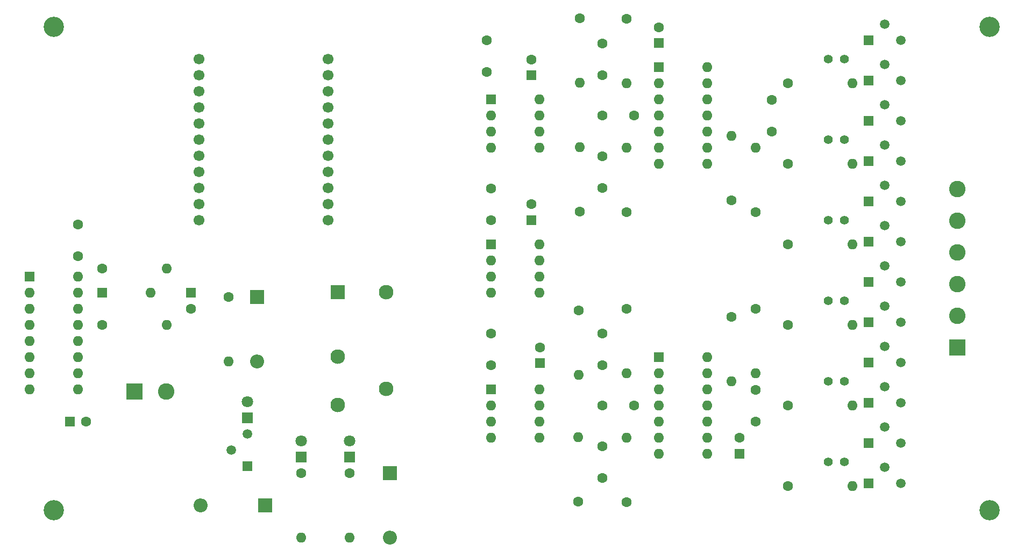
<source format=gts>
G04 #@! TF.GenerationSoftware,KiCad,Pcbnew,7.0.0-da2b9df05c~171~ubuntu20.04.1*
G04 #@! TF.CreationDate,2023-05-14T20:26:20+02:00*
G04 #@! TF.ProjectId,cpumeter,6370756d-6574-4657-922e-6b696361645f,v01*
G04 #@! TF.SameCoordinates,Original*
G04 #@! TF.FileFunction,Soldermask,Top*
G04 #@! TF.FilePolarity,Negative*
%FSLAX46Y46*%
G04 Gerber Fmt 4.6, Leading zero omitted, Abs format (unit mm)*
G04 Created by KiCad (PCBNEW 7.0.0-da2b9df05c~171~ubuntu20.04.1) date 2023-05-14 20:26:20*
%MOMM*%
%LPD*%
G01*
G04 APERTURE LIST*
%ADD10R,1.600000X1.600000*%
%ADD11O,1.600000X1.600000*%
%ADD12C,3.200000*%
%ADD13C,1.600000*%
%ADD14R,2.300000X2.300000*%
%ADD15C,2.300000*%
%ADD16R,1.500000X1.500000*%
%ADD17C,1.500000*%
%ADD18R,2.600000X2.600000*%
%ADD19C,2.600000*%
%ADD20R,1.800000X1.800000*%
%ADD21C,1.800000*%
%ADD22R,2.200000X2.200000*%
%ADD23O,2.200000X2.200000*%
%ADD24C,1.700000*%
%ADD25C,1.400000*%
G04 APERTURE END LIST*
D10*
X58155999Y-79491999D03*
D11*
X58155999Y-82031999D03*
X58155999Y-84571999D03*
X58155999Y-87111999D03*
X58155999Y-89651999D03*
X58155999Y-92191999D03*
X58155999Y-94731999D03*
X58155999Y-97271999D03*
X65775999Y-97271999D03*
X65775999Y-94731999D03*
X65775999Y-92191999D03*
X65775999Y-89651999D03*
X65775999Y-87111999D03*
X65775999Y-84571999D03*
X65775999Y-82031999D03*
X65775999Y-79491999D03*
D12*
X61976000Y-116332000D03*
D13*
X69586000Y-87112000D03*
D11*
X79745999Y-87111999D03*
D10*
X137159999Y-70561999D03*
D13*
X137160000Y-68062000D03*
X177536000Y-74412000D03*
D11*
X187695999Y-74411999D03*
D13*
X168646000Y-85842000D03*
D11*
X168645999Y-96001999D03*
D13*
X152136000Y-38852000D03*
D11*
X152135999Y-49011999D03*
D14*
X106689999Y-81929999D03*
D15*
X106690000Y-92090000D03*
X106690000Y-99710000D03*
X114310000Y-97170000D03*
X114310000Y-81930000D03*
D13*
X148326000Y-93422000D03*
X148326000Y-88422000D03*
X148326000Y-47702000D03*
X148326000Y-42702000D03*
D12*
X61976000Y-40132000D03*
D16*
X190225999Y-80341999D03*
D17*
X192766000Y-77802000D03*
X195306000Y-80342000D03*
D10*
X137159999Y-47741999D03*
D13*
X137160000Y-45242000D03*
X130126000Y-47194000D03*
X130126000Y-42194000D03*
X152136000Y-69332000D03*
D11*
X152135999Y-59171999D03*
D13*
X172456000Y-97352000D03*
X172456000Y-102352000D03*
X152136000Y-115052000D03*
D11*
X152135999Y-104891999D03*
D13*
X108585000Y-110490000D03*
D11*
X108584999Y-120649999D03*
D10*
X130819999Y-51561999D03*
D11*
X130819999Y-54101999D03*
X130819999Y-56641999D03*
X130819999Y-59181999D03*
X138439999Y-59181999D03*
X138439999Y-56641999D03*
X138439999Y-54101999D03*
X138439999Y-51561999D03*
D18*
X74705999Y-97576999D03*
D19*
X79706000Y-97577000D03*
D10*
X130819999Y-74421999D03*
D11*
X130819999Y-76961999D03*
X130819999Y-79501999D03*
X130819999Y-82041999D03*
X138439999Y-82041999D03*
X138439999Y-79501999D03*
X138439999Y-76961999D03*
X138439999Y-74421999D03*
D13*
X177536000Y-49012000D03*
D11*
X187695999Y-49011999D03*
D13*
X172456000Y-69332000D03*
D11*
X172455999Y-59171999D03*
D13*
X69586000Y-78222000D03*
D11*
X79745999Y-78221999D03*
D16*
X190225999Y-54941999D03*
D17*
X192766000Y-52402000D03*
X195306000Y-54942000D03*
D13*
X172456000Y-84572000D03*
D11*
X172455999Y-94731999D03*
D13*
X153366000Y-54092000D03*
X148366000Y-54092000D03*
D12*
X209296000Y-40132000D03*
D16*
X190225999Y-48591999D03*
D17*
X192766000Y-46052000D03*
X195306000Y-48592000D03*
D20*
X108584999Y-107949999D03*
D21*
X108585000Y-105410000D03*
D13*
X153326000Y-99812000D03*
X148326000Y-99812000D03*
X148326000Y-106202000D03*
X148326000Y-111202000D03*
D16*
X190225999Y-99391999D03*
D17*
X192766000Y-96852000D03*
X195306000Y-99392000D03*
D13*
X130810000Y-93422000D03*
X130810000Y-88422000D03*
D16*
X190225999Y-93041999D03*
D17*
X192766000Y-90502000D03*
X195306000Y-93042000D03*
D22*
X95249999Y-115569999D03*
D23*
X85089999Y-115569999D03*
D18*
X204215999Y-90691999D03*
D19*
X204216000Y-85692000D03*
X204216000Y-80692000D03*
X204216000Y-75692000D03*
X204216000Y-70692000D03*
X204216000Y-65692000D03*
D16*
X190225999Y-61291999D03*
D17*
X192766000Y-58752000D03*
X195306000Y-61292000D03*
D20*
X100964999Y-107949999D03*
D21*
X100965000Y-105410000D03*
D13*
X65776000Y-76277000D03*
X65776000Y-71277000D03*
D10*
X130819999Y-97271999D03*
D11*
X130819999Y-99811999D03*
X130819999Y-102351999D03*
X130819999Y-104891999D03*
X138439999Y-104891999D03*
X138439999Y-102351999D03*
X138439999Y-99811999D03*
X138439999Y-97271999D03*
D24*
X105146000Y-70602000D03*
X105146000Y-68062000D03*
X105146000Y-65522000D03*
X105146000Y-62982000D03*
X105146000Y-60442000D03*
X105146000Y-57902000D03*
X105146000Y-55362000D03*
X105146000Y-52822000D03*
X105146000Y-50282000D03*
X105146000Y-47742000D03*
X105146000Y-45202000D03*
X84826000Y-45202000D03*
X84826000Y-47742000D03*
X84826000Y-50282000D03*
X84826000Y-52822000D03*
X84826000Y-55362000D03*
X84826000Y-57902000D03*
X84826000Y-60442000D03*
X84826000Y-62982000D03*
X84826000Y-65522000D03*
X84826000Y-68062000D03*
X84826000Y-70602000D03*
D13*
X177536000Y-61712000D03*
D11*
X187695999Y-61711999D03*
D13*
X144526000Y-114935000D03*
D11*
X144525999Y-104774999D03*
D13*
X100965000Y-110490000D03*
D11*
X100964999Y-120649999D03*
D13*
X152136000Y-84572000D03*
D11*
X152135999Y-94731999D03*
D16*
X190225999Y-42241999D03*
D17*
X192766000Y-39702000D03*
X195306000Y-42242000D03*
D10*
X64545999Y-102351999D03*
D13*
X67046000Y-102352000D03*
X174996000Y-56592000D03*
X174996000Y-51592000D03*
D10*
X69585999Y-82031999D03*
D11*
X77205999Y-82031999D03*
D13*
X144780000Y-38735000D03*
D11*
X144779999Y-48894999D03*
D13*
X168646000Y-67427000D03*
D11*
X168645999Y-57266999D03*
D13*
X144653000Y-84836000D03*
D11*
X144652999Y-94995999D03*
D20*
X92445999Y-101716999D03*
D21*
X92446000Y-99177000D03*
D16*
X92445999Y-109336999D03*
D17*
X89906000Y-106797000D03*
X92446000Y-104257000D03*
D16*
X190225999Y-67641999D03*
D17*
X192766000Y-65102000D03*
X195306000Y-67642000D03*
D10*
X157215999Y-92191999D03*
D11*
X157215999Y-94731999D03*
X157215999Y-97271999D03*
X157215999Y-99811999D03*
X157215999Y-102351999D03*
X157215999Y-104891999D03*
X157215999Y-107431999D03*
X164835999Y-107431999D03*
X164835999Y-104891999D03*
X164835999Y-102351999D03*
X164835999Y-99811999D03*
X164835999Y-97271999D03*
X164835999Y-94731999D03*
X164835999Y-92191999D03*
D10*
X169915999Y-107391999D03*
D13*
X169916000Y-104892000D03*
D12*
X209296000Y-116332000D03*
D13*
X148326000Y-60482000D03*
X148326000Y-65482000D03*
D16*
X190225999Y-105741999D03*
D17*
X192766000Y-103202000D03*
X195306000Y-105742000D03*
D13*
X130810000Y-70562000D03*
X130810000Y-65562000D03*
D25*
X183886000Y-96002000D03*
X186426000Y-96002000D03*
D10*
X138507999Y-93143112D03*
D13*
X138508000Y-90643113D03*
X144780000Y-69215000D03*
D11*
X144779999Y-59054999D03*
D13*
X177536000Y-87112000D03*
D11*
X187695999Y-87111999D03*
D10*
X157215999Y-46471999D03*
D11*
X157215999Y-49011999D03*
X157215999Y-51551999D03*
X157215999Y-54091999D03*
X157215999Y-56631999D03*
X157215999Y-59171999D03*
X157215999Y-61711999D03*
X164835999Y-61711999D03*
X164835999Y-59171999D03*
X164835999Y-56631999D03*
X164835999Y-54091999D03*
X164835999Y-51551999D03*
X164835999Y-49011999D03*
X164835999Y-46471999D03*
D22*
X114934999Y-110489999D03*
D23*
X114934999Y-120649999D03*
D25*
X183886000Y-70602000D03*
X186426000Y-70602000D03*
D16*
X190225999Y-73991999D03*
D17*
X192766000Y-71452000D03*
X195306000Y-73992000D03*
D13*
X177536000Y-99812000D03*
D11*
X187695999Y-99811999D03*
D25*
X183886000Y-108702000D03*
X186426000Y-108702000D03*
X183886000Y-83302000D03*
X186426000Y-83302000D03*
D13*
X89535000Y-82667000D03*
D11*
X89534999Y-92826999D03*
D16*
X190225999Y-112091999D03*
D17*
X192766000Y-109552000D03*
X195306000Y-112092000D03*
D22*
X93979999Y-82666999D03*
D23*
X93979999Y-92826999D03*
D25*
X183886000Y-45202000D03*
X186426000Y-45202000D03*
X183886000Y-57902000D03*
X186426000Y-57902000D03*
D13*
X177536000Y-112512000D03*
D11*
X187695999Y-112511999D03*
D10*
X157215999Y-42661999D03*
D13*
X157216000Y-40162000D03*
D10*
X83555999Y-82031999D03*
D13*
X83556000Y-84532000D03*
D16*
X190225999Y-86691999D03*
D17*
X192766000Y-84152000D03*
X195306000Y-86692000D03*
M02*

</source>
